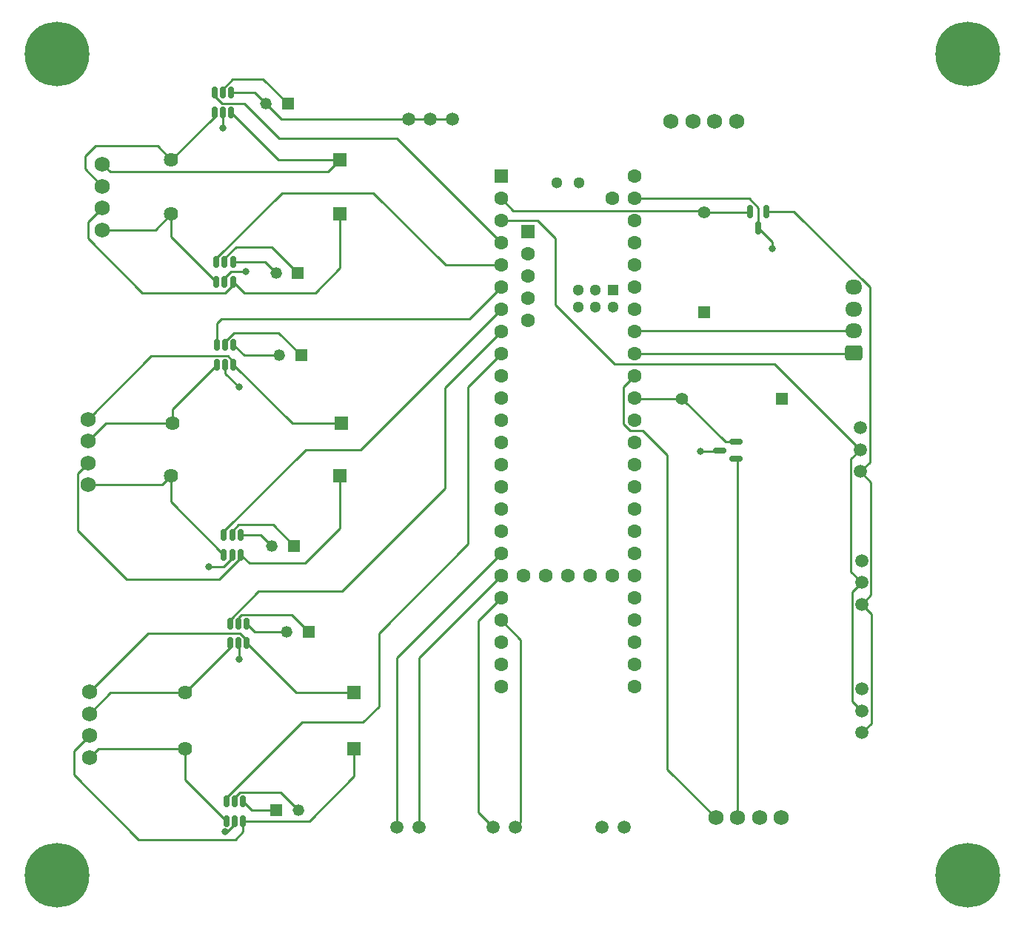
<source format=gbr>
%TF.GenerationSoftware,KiCad,Pcbnew,7.0.7*%
%TF.CreationDate,2024-01-12T22:42:28-05:00*%
%TF.ProjectId,FinalTeensyBreakoutBoard,46696e61-6c54-4656-956e-737942726561,rev?*%
%TF.SameCoordinates,Original*%
%TF.FileFunction,Copper,L1,Top*%
%TF.FilePolarity,Positive*%
%FSLAX46Y46*%
G04 Gerber Fmt 4.6, Leading zero omitted, Abs format (unit mm)*
G04 Created by KiCad (PCBNEW 7.0.7) date 2024-01-12 22:42:28*
%MOMM*%
%LPD*%
G01*
G04 APERTURE LIST*
G04 Aperture macros list*
%AMRoundRect*
0 Rectangle with rounded corners*
0 $1 Rounding radius*
0 $2 $3 $4 $5 $6 $7 $8 $9 X,Y pos of 4 corners*
0 Add a 4 corners polygon primitive as box body*
4,1,4,$2,$3,$4,$5,$6,$7,$8,$9,$2,$3,0*
0 Add four circle primitives for the rounded corners*
1,1,$1+$1,$2,$3*
1,1,$1+$1,$4,$5*
1,1,$1+$1,$6,$7*
1,1,$1+$1,$8,$9*
0 Add four rect primitives between the rounded corners*
20,1,$1+$1,$2,$3,$4,$5,0*
20,1,$1+$1,$4,$5,$6,$7,0*
20,1,$1+$1,$6,$7,$8,$9,0*
20,1,$1+$1,$8,$9,$2,$3,0*%
G04 Aperture macros list end*
%TA.AperFunction,ComponentPad*%
%ADD10C,1.752600*%
%TD*%
%TA.AperFunction,ComponentPad*%
%ADD11C,7.400000*%
%TD*%
%TA.AperFunction,ComponentPad*%
%ADD12C,1.397000*%
%TD*%
%TA.AperFunction,ComponentPad*%
%ADD13R,1.397000X1.397000*%
%TD*%
%TA.AperFunction,ComponentPad*%
%ADD14C,1.498600*%
%TD*%
%TA.AperFunction,ComponentPad*%
%ADD15R,1.625600X1.625600*%
%TD*%
%TA.AperFunction,ComponentPad*%
%ADD16C,1.625600*%
%TD*%
%TA.AperFunction,SMDPad,CuDef*%
%ADD17RoundRect,0.150000X-0.150000X0.512500X-0.150000X-0.512500X0.150000X-0.512500X0.150000X0.512500X0*%
%TD*%
%TA.AperFunction,ComponentPad*%
%ADD18R,1.320800X1.320800*%
%TD*%
%TA.AperFunction,ComponentPad*%
%ADD19C,1.320800*%
%TD*%
%TA.AperFunction,SMDPad,CuDef*%
%ADD20RoundRect,0.150000X0.587500X0.150000X-0.587500X0.150000X-0.587500X-0.150000X0.587500X-0.150000X0*%
%TD*%
%TA.AperFunction,SMDPad,CuDef*%
%ADD21RoundRect,0.150000X-0.150000X0.587500X-0.150000X-0.587500X0.150000X-0.587500X0.150000X0.587500X0*%
%TD*%
%TA.AperFunction,ComponentPad*%
%ADD22RoundRect,0.250000X0.725000X-0.600000X0.725000X0.600000X-0.725000X0.600000X-0.725000X-0.600000X0*%
%TD*%
%TA.AperFunction,ComponentPad*%
%ADD23O,1.950000X1.700000*%
%TD*%
%TA.AperFunction,ComponentPad*%
%ADD24R,1.600000X1.600000*%
%TD*%
%TA.AperFunction,ComponentPad*%
%ADD25C,1.600000*%
%TD*%
%TA.AperFunction,ComponentPad*%
%ADD26R,1.300000X1.300000*%
%TD*%
%TA.AperFunction,ComponentPad*%
%ADD27C,1.300000*%
%TD*%
%TA.AperFunction,ViaPad*%
%ADD28C,0.800000*%
%TD*%
%TA.AperFunction,Conductor*%
%ADD29C,0.250000*%
%TD*%
G04 APERTURE END LIST*
D10*
%TO.P,J7,1,Pin_1*%
%TO.N,GND*%
X138825000Y-60975000D03*
%TO.P,J7,2,Pin_2*%
X141325000Y-60975000D03*
%TO.P,J7,3,Pin_3*%
X143825000Y-60975000D03*
%TO.P,J7,4,Pin_4*%
X146325000Y-60975000D03*
%TD*%
D11*
%TO.P,REF\u002A\u002A,1*%
%TO.N,N/C*%
X68580000Y-147320000D03*
%TD*%
%TO.P,REF\u002A\u002A,1*%
%TO.N,N/C*%
X172720000Y-147320000D03*
%TD*%
%TO.P,REF\u002A\u002A,1*%
%TO.N,N/C*%
X172720000Y-53340000D03*
%TD*%
%TO.P,REF\u002A\u002A,1*%
%TO.N,N/C*%
X68580000Y-53340000D03*
%TD*%
D12*
%TO.P,R_PullDownMC1,2*%
%TO.N,Net-(LevelShifterMC(5->3.3)1-S)*%
X142625000Y-71410000D03*
D13*
%TO.P,R_PullDownMC1,1*%
%TO.N,GND*%
X142625000Y-82840000D03*
%TD*%
D14*
%TO.P,J12,1,Pin_1*%
%TO.N,/WCLK2*%
X118500000Y-141800000D03*
%TO.P,J12,2,Pin_2*%
%TO.N,/WDAT2*%
X121000000Y-141800000D03*
%TD*%
D10*
%TO.P,J6,1,Pin_1*%
%TO.N,GND*%
X151450000Y-140700000D03*
%TO.P,J6,2,Pin_2*%
%TO.N,+5V*%
X148950000Y-140700000D03*
%TO.P,J6,3,Pin_3*%
%TO.N,/RX1*%
X146450000Y-140700000D03*
%TO.P,J6,4,Pin_4*%
%TO.N,/TX1*%
X143950000Y-140700000D03*
%TD*%
D15*
%TO.P,R5,1*%
%TO.N,/A2*%
X102548000Y-126400000D03*
D16*
%TO.P,R5,2*%
%TO.N,/A2'*%
X83244000Y-126400000D03*
%TD*%
D17*
%TO.P,U5,6,A*%
%TO.N,/B1*%
X89596000Y-110600000D03*
%TO.P,U5,5,VL*%
%TO.N,+3.3V*%
X88646000Y-110600000D03*
%TO.P,U5,4,B*%
%TO.N,/B1'*%
X87696000Y-110600000D03*
%TO.P,U5,3,RO*%
%TO.N,/Enc1B*%
X87696000Y-108325000D03*
%TO.P,U5,2,GND*%
%TO.N,GND*%
X88646000Y-108325000D03*
%TO.P,U5,1,VCC*%
%TO.N,+5V*%
X89596000Y-108325000D03*
%TD*%
D18*
%TO.P,C2,1*%
%TO.N,GND*%
X94988000Y-59023700D03*
D19*
%TO.P,C2,2*%
%TO.N,+5V*%
X92488000Y-59023700D03*
%TD*%
D18*
%TO.P,C1,1*%
%TO.N,GND*%
X96138000Y-78333700D03*
D19*
%TO.P,C1,2*%
%TO.N,+5V*%
X93638000Y-78333700D03*
%TD*%
D17*
%TO.P,U3,1,VCC*%
%TO.N,+5V*%
X88728000Y-77078700D03*
%TO.P,U3,2,GND*%
%TO.N,GND*%
X87778000Y-77078700D03*
%TO.P,U3,3,RO*%
%TO.N,/EncB*%
X86828000Y-77078700D03*
%TO.P,U3,4,B*%
%TO.N,/B'*%
X86828000Y-79353700D03*
%TO.P,U3,5,VL*%
%TO.N,+3.3V*%
X87778000Y-79353700D03*
%TO.P,U3,6,A*%
%TO.N,/B*%
X88728000Y-79353700D03*
%TD*%
D14*
%TO.P,J13,1,Pin_1*%
%TO.N,+5V*%
X108800000Y-60800000D03*
%TO.P,J13,2,Pin_2*%
X111300000Y-60800000D03*
%TO.P,J13,3,Pin_3*%
X113800000Y-60800000D03*
%TD*%
%TO.P,J3,1,Pin_1*%
%TO.N,/RX*%
X160669801Y-130975100D03*
%TO.P,J3,2,Pin_2*%
%TO.N,/TX*%
X160669801Y-128475100D03*
%TO.P,J3,3,Pin_3*%
%TO.N,GND*%
X160669801Y-125975100D03*
%TD*%
D20*
%TO.P,LevelShifterUWB(5->3.3)1,1,G*%
%TO.N,/RX1*%
X146257500Y-99610000D03*
%TO.P,LevelShifterUWB(5->3.3)1,2,S*%
%TO.N,Net-(LevelShifterUWB(5->3.3)1-S)*%
X146257500Y-97710000D03*
%TO.P,LevelShifterUWB(5->3.3)1,3,D*%
%TO.N,+3.3V*%
X144382500Y-98660000D03*
%TD*%
D21*
%TO.P,LevelShifterMC(5->3.3)1,1,G*%
%TO.N,/RX*%
X149750000Y-71345000D03*
%TO.P,LevelShifterMC(5->3.3)1,2,S*%
%TO.N,Net-(LevelShifterMC(5->3.3)1-S)*%
X147850000Y-71345000D03*
%TO.P,LevelShifterMC(5->3.3)1,3,D*%
%TO.N,+3.3V*%
X148800000Y-73220000D03*
%TD*%
D10*
%TO.P,J10,1,Pin_1*%
%TO.N,/A2*%
X72348000Y-126300000D03*
%TO.P,J10,2,Pin_2*%
%TO.N,/A2'*%
X72348000Y-128800000D03*
%TO.P,J10,3,Pin_3*%
%TO.N,/B2*%
X72348000Y-131300000D03*
%TO.P,J10,4,Pin_4*%
%TO.N,/B2'*%
X72348000Y-133800000D03*
%TD*%
D15*
%TO.P,R6,1*%
%TO.N,/B2*%
X102600000Y-132800000D03*
D16*
%TO.P,R6,2*%
%TO.N,/B2'*%
X83296000Y-132800000D03*
%TD*%
D15*
%TO.P,R2,1*%
%TO.N,/B*%
X100990000Y-71583700D03*
D16*
%TO.P,R2,2*%
%TO.N,/B'*%
X81686000Y-71583700D03*
%TD*%
D14*
%TO.P,J11,1,Pin_1*%
%TO.N,/WCLK1*%
X107500000Y-141820000D03*
%TO.P,J11,2,Pin_2*%
%TO.N,/WDAT1*%
X110000000Y-141820000D03*
%TD*%
D17*
%TO.P,U2,1,VCC*%
%TO.N,+5V*%
X88538000Y-57736200D03*
%TO.P,U2,2,GND*%
%TO.N,GND*%
X87588000Y-57736200D03*
%TO.P,U2,3,RO*%
%TO.N,/EncA*%
X86638000Y-57736200D03*
%TO.P,U2,4,B*%
%TO.N,/A'*%
X86638000Y-60011200D03*
%TO.P,U2,5,VL*%
%TO.N,+3.3V*%
X87588000Y-60011200D03*
%TO.P,U2,6,A*%
%TO.N,/A*%
X88538000Y-60011200D03*
%TD*%
D18*
%TO.P,C3,1*%
%TO.N,GND*%
X96546000Y-87800000D03*
D19*
%TO.P,C3,2*%
%TO.N,+5V*%
X94046000Y-87800000D03*
%TD*%
D14*
%TO.P,J2,1,Pin_1*%
%TO.N,/RX*%
X160620000Y-116280000D03*
%TO.P,J2,2,Pin_2*%
%TO.N,/TX*%
X160620000Y-113780000D03*
%TO.P,J2,3,Pin_3*%
%TO.N,GND*%
X160620000Y-111280000D03*
%TD*%
D22*
%TO.P,J5,1,Pin_1*%
%TO.N,/SDA*%
X159750000Y-87500000D03*
D23*
%TO.P,J5,2,Pin_2*%
%TO.N,/SCL*%
X159750000Y-85000000D03*
%TO.P,J5,3,Pin_3*%
%TO.N,+3.3V*%
X159750000Y-82500000D03*
%TO.P,J5,4,Pin_4*%
%TO.N,GND*%
X159750000Y-80000000D03*
%TD*%
D17*
%TO.P,U6,1,VCC*%
%TO.N,+5V*%
X90298000Y-118462500D03*
%TO.P,U6,2,GND*%
%TO.N,GND*%
X89348000Y-118462500D03*
%TO.P,U6,3,RO*%
%TO.N,/Enc2A*%
X88398000Y-118462500D03*
%TO.P,U6,4,B*%
%TO.N,/A2'*%
X88398000Y-120737500D03*
%TO.P,U6,5,VL*%
%TO.N,+3.3V*%
X89348000Y-120737500D03*
%TO.P,U6,6,A*%
%TO.N,/A2*%
X90298000Y-120737500D03*
%TD*%
D14*
%TO.P,J4,1,Pin_1*%
%TO.N,/RX*%
X160470000Y-101080000D03*
%TO.P,J4,2,Pin_2*%
%TO.N,/TX*%
X160470000Y-98580000D03*
%TO.P,J4,3,Pin_3*%
%TO.N,GND*%
X160470000Y-96080000D03*
%TD*%
D18*
%TO.P,C6,1*%
%TO.N,+5V*%
X93698000Y-139800000D03*
D19*
%TO.P,C6,2*%
%TO.N,GND*%
X96198000Y-139800000D03*
%TD*%
D14*
%TO.P,J1,1,Pin_1*%
%TO.N,+5V*%
X130954900Y-141800000D03*
%TO.P,J1,2,Pin_2*%
%TO.N,GND*%
X133454900Y-141800000D03*
%TD*%
D17*
%TO.P,U7,1,VCC*%
%TO.N,+5V*%
X89898000Y-138800000D03*
%TO.P,U7,2,GND*%
%TO.N,GND*%
X88948000Y-138800000D03*
%TO.P,U7,3,RO*%
%TO.N,/Enc2B*%
X87998000Y-138800000D03*
%TO.P,U7,4,B*%
%TO.N,/B2'*%
X87998000Y-141075000D03*
%TO.P,U7,5,VL*%
%TO.N,+3.3V*%
X88948000Y-141075000D03*
%TO.P,U7,6,A*%
%TO.N,/B2*%
X89898000Y-141075000D03*
%TD*%
D10*
%TO.P,J9,1,Pin_1*%
%TO.N,/A1*%
X72168000Y-95100000D03*
%TO.P,J9,2,Pin_2*%
%TO.N,/A1'*%
X72168000Y-97600000D03*
%TO.P,J9,3,Pin_3*%
%TO.N,/B1*%
X72168000Y-100100000D03*
%TO.P,J9,4,Pin_4*%
%TO.N,/B1'*%
X72168000Y-102600000D03*
%TD*%
D16*
%TO.P,R3,2*%
%TO.N,/A1'*%
X81792000Y-95600000D03*
D15*
%TO.P,R3,1*%
%TO.N,/A1*%
X101096000Y-95600000D03*
%TD*%
D17*
%TO.P,U4,1,VCC*%
%TO.N,+5V*%
X88796000Y-86600000D03*
%TO.P,U4,2,GND*%
%TO.N,GND*%
X87846000Y-86600000D03*
%TO.P,U4,3,RO*%
%TO.N,/Enc1A*%
X86896000Y-86600000D03*
%TO.P,U4,4,B*%
%TO.N,/A1'*%
X86896000Y-88875000D03*
%TO.P,U4,5,VL*%
%TO.N,+3.3V*%
X87846000Y-88875000D03*
%TO.P,U4,6,A*%
%TO.N,/A1*%
X88796000Y-88875000D03*
%TD*%
D15*
%TO.P,R1,1*%
%TO.N,/A*%
X100988000Y-65423700D03*
D16*
%TO.P,R1,2*%
%TO.N,/A'*%
X81684000Y-65423700D03*
%TD*%
%TO.P,R4,2*%
%TO.N,/B1'*%
X81644000Y-101600000D03*
D15*
%TO.P,R4,1*%
%TO.N,/B1*%
X100948000Y-101600000D03*
%TD*%
D18*
%TO.P,C4,1*%
%TO.N,GND*%
X95696000Y-109600000D03*
D19*
%TO.P,C4,2*%
%TO.N,+5V*%
X93196000Y-109600000D03*
%TD*%
D18*
%TO.P,C5,1*%
%TO.N,GND*%
X97398000Y-119400000D03*
D19*
%TO.P,C5,2*%
%TO.N,+5V*%
X94898000Y-119400000D03*
%TD*%
D10*
%TO.P,J8,1,Pin_1*%
%TO.N,/A*%
X73808000Y-65923700D03*
%TO.P,J8,2,Pin_2*%
%TO.N,/A'*%
X73808000Y-68423700D03*
%TO.P,J8,3,Pin_3*%
%TO.N,/B*%
X73808000Y-70923700D03*
%TO.P,J8,4,Pin_4*%
%TO.N,/B'*%
X73808000Y-73423700D03*
%TD*%
D12*
%TO.P,R_PullDownUWB1,2*%
%TO.N,Net-(LevelShifterUWB(5->3.3)1-S)*%
X140075000Y-92730000D03*
D13*
%TO.P,R_PullDownUWB1,1*%
%TO.N,GND*%
X151505000Y-92730000D03*
%TD*%
D24*
%TO.P,U1,1,GND*%
%TO.N,GND*%
X119380000Y-67310000D03*
D25*
%TO.P,U1,2,0_RX1_CRX2_CS1*%
%TO.N,Net-(LevelShifterMC(5->3.3)1-S)*%
X119380000Y-69850000D03*
%TO.P,U1,3,1_TX1_CTX2_MISO1*%
%TO.N,/TX*%
X119380000Y-72390000D03*
%TO.P,U1,4,2_OUT2*%
%TO.N,/EncA*%
X119380000Y-74930000D03*
%TO.P,U1,5,3_LRCLK2*%
%TO.N,/EncB*%
X119380000Y-77470000D03*
%TO.P,U1,6,4_BCLK2*%
%TO.N,/Enc1A*%
X119380000Y-80010000D03*
%TO.P,U1,7,5_IN2*%
%TO.N,/Enc1B*%
X119380000Y-82550000D03*
%TO.P,U1,8,6_OUT1D*%
%TO.N,/Enc2A*%
X119380000Y-85090000D03*
%TO.P,U1,9,7_RX2_OUT1A*%
%TO.N,/Enc2B*%
X119380000Y-87630000D03*
%TO.P,U1,10,8_TX2_IN1*%
%TO.N,unconnected-(U1-8_TX2_IN1-Pad10)*%
X119380000Y-90170000D03*
%TO.P,U1,11,9_OUT1C*%
%TO.N,unconnected-(U1-9_OUT1C-Pad11)*%
X119380000Y-92710000D03*
%TO.P,U1,12,10_CS_MQSR*%
%TO.N,unconnected-(U1-10_CS_MQSR-Pad12)*%
X119380000Y-95250000D03*
%TO.P,U1,13,11_MOSI_CTX1*%
%TO.N,/MOSI*%
X119380000Y-97790000D03*
%TO.P,U1,14,12_MISO_MQSL*%
%TO.N,/MISO*%
X119380000Y-100330000D03*
%TO.P,U1,15,3V3*%
%TO.N,+3.3V*%
X119380000Y-102870000D03*
%TO.P,U1,16,24_A10_TX6_SCL2*%
%TO.N,unconnected-(U1-24_A10_TX6_SCL2-Pad16)*%
X119380000Y-105410000D03*
%TO.P,U1,17,25_A11_RX6_SDA2*%
%TO.N,unconnected-(U1-25_A11_RX6_SDA2-Pad17)*%
X119380000Y-107950000D03*
%TO.P,U1,18,26_A12_MOSI1*%
%TO.N,/WCLK1*%
X119380000Y-110490000D03*
%TO.P,U1,19,27_A13_SCK1*%
%TO.N,/WDAT1*%
X119380000Y-113030000D03*
%TO.P,U1,20,28_RX7*%
%TO.N,/WCLK2*%
X119380000Y-115570000D03*
%TO.P,U1,21,29_TX7*%
%TO.N,/WDAT2*%
X119380000Y-118110000D03*
%TO.P,U1,22,30_CRX3*%
%TO.N,unconnected-(U1-30_CRX3-Pad22)*%
X119380000Y-120650000D03*
%TO.P,U1,23,31_CTX3*%
%TO.N,unconnected-(U1-31_CTX3-Pad23)*%
X119380000Y-123190000D03*
%TO.P,U1,24,32_OUT1B*%
%TO.N,unconnected-(U1-32_OUT1B-Pad24)*%
X119380000Y-125730000D03*
%TO.P,U1,25,33_MCLK2*%
%TO.N,unconnected-(U1-33_MCLK2-Pad25)*%
X134620000Y-125730000D03*
%TO.P,U1,26,34_RX8*%
%TO.N,unconnected-(U1-34_RX8-Pad26)*%
X134620000Y-123190000D03*
%TO.P,U1,27,35_TX8*%
%TO.N,unconnected-(U1-35_TX8-Pad27)*%
X134620000Y-120650000D03*
%TO.P,U1,28,36_CS*%
%TO.N,unconnected-(U1-36_CS-Pad28)*%
X134620000Y-118110000D03*
%TO.P,U1,29,37_CS*%
%TO.N,unconnected-(U1-37_CS-Pad29)*%
X134620000Y-115570000D03*
%TO.P,U1,30,38_CS1_IN1*%
%TO.N,unconnected-(U1-38_CS1_IN1-Pad30)*%
X134620000Y-113030000D03*
%TO.P,U1,31,39_MISO1_OUT1A*%
%TO.N,unconnected-(U1-39_MISO1_OUT1A-Pad31)*%
X134620000Y-110490000D03*
%TO.P,U1,32,40_A16*%
%TO.N,unconnected-(U1-40_A16-Pad32)*%
X134620000Y-107950000D03*
%TO.P,U1,33,41_A17*%
%TO.N,unconnected-(U1-41_A17-Pad33)*%
X134620000Y-105410000D03*
%TO.P,U1,34,GND*%
%TO.N,GND*%
X134620000Y-102870000D03*
%TO.P,U1,35,13_SCK_LED*%
%TO.N,/SCK*%
X134620000Y-100330000D03*
%TO.P,U1,36,14_A0_TX3_SPDIF_OUT*%
%TO.N,unconnected-(U1-14_A0_TX3_SPDIF_OUT-Pad36)*%
X134620000Y-97790000D03*
%TO.P,U1,37,15_A1_RX3_SPDIF_IN*%
%TO.N,unconnected-(U1-15_A1_RX3_SPDIF_IN-Pad37)*%
X134620000Y-95250000D03*
%TO.P,U1,38,16_A2_RX4_SCL1*%
%TO.N,Net-(LevelShifterUWB(5->3.3)1-S)*%
X134620000Y-92710000D03*
%TO.P,U1,39,17_A3_TX4_SDA1*%
%TO.N,/TX1*%
X134620000Y-90170000D03*
%TO.P,U1,40,18_A4_SDA*%
%TO.N,/SDA*%
X134620000Y-87630000D03*
%TO.P,U1,41,19_A5_SCL*%
%TO.N,/SCL*%
X134620000Y-85090000D03*
%TO.P,U1,42,20_A6_TX5_LRCLK1*%
%TO.N,unconnected-(U1-20_A6_TX5_LRCLK1-Pad42)*%
X134620000Y-82550000D03*
%TO.P,U1,43,21_A7_RX5_BCLK1*%
%TO.N,unconnected-(U1-21_A7_RX5_BCLK1-Pad43)*%
X134620000Y-80010000D03*
%TO.P,U1,44,22_A8_CTX1*%
%TO.N,unconnected-(U1-22_A8_CTX1-Pad44)*%
X134620000Y-77470000D03*
%TO.P,U1,45,23_A9_CRX1_MCLK1*%
%TO.N,unconnected-(U1-23_A9_CRX1_MCLK1-Pad45)*%
X134620000Y-74930000D03*
%TO.P,U1,46,3V3*%
%TO.N,unconnected-(U1-3V3-Pad46)*%
X134620000Y-72390000D03*
%TO.P,U1,47,GND*%
%TO.N,+3.3V*%
X134620000Y-69850000D03*
%TO.P,U1,48,VIN*%
%TO.N,GND*%
X134620000Y-67310000D03*
%TO.P,U1,49,VUSB*%
%TO.N,unconnected-(U1-VUSB-Pad49)*%
X132080000Y-69850000D03*
%TO.P,U1,50,VBAT*%
%TO.N,unconnected-(U1-VBAT-Pad50)*%
X121920000Y-113030000D03*
%TO.P,U1,51,3V3*%
%TO.N,unconnected-(U1-3V3-Pad51)*%
X124460000Y-113030000D03*
%TO.P,U1,52,GND*%
%TO.N,unconnected-(U1-GND-Pad52)*%
X127000000Y-113030000D03*
%TO.P,U1,53,PROGRAM*%
%TO.N,unconnected-(U1-PROGRAM-Pad53)*%
X129540000Y-113030000D03*
%TO.P,U1,54,ON_OFF*%
%TO.N,unconnected-(U1-ON_OFF-Pad54)*%
X132080000Y-113030000D03*
D24*
%TO.P,U1,55,5V*%
%TO.N,unconnected-(U1-5V-Pad55)*%
X122430800Y-73609200D03*
D25*
%TO.P,U1,56,D-*%
%TO.N,unconnected-(U1-D--Pad56)*%
X122430800Y-76149200D03*
%TO.P,U1,57,D+*%
%TO.N,unconnected-(U1-D+-Pad57)*%
X122430800Y-78689200D03*
%TO.P,U1,58,GND*%
%TO.N,unconnected-(U1-GND-Pad58)*%
X122430800Y-81229200D03*
%TO.P,U1,59,GND*%
%TO.N,unconnected-(U1-GND-Pad59)*%
X122430800Y-83769200D03*
D26*
%TO.P,U1,60,R+*%
%TO.N,unconnected-(U1-R+-Pad60)*%
X132181600Y-80280000D03*
D27*
%TO.P,U1,61,LED*%
%TO.N,unconnected-(U1-LED-Pad61)*%
X130181600Y-80280000D03*
%TO.P,U1,62,T-*%
%TO.N,unconnected-(U1-T--Pad62)*%
X128181600Y-80280000D03*
%TO.P,U1,63,T+*%
%TO.N,unconnected-(U1-T+-Pad63)*%
X128181600Y-82280000D03*
%TO.P,U1,64,GND*%
%TO.N,unconnected-(U1-GND-Pad64)*%
X130181600Y-82280000D03*
%TO.P,U1,65,R-*%
%TO.N,unconnected-(U1-R--Pad65)*%
X132181600Y-82280000D03*
%TO.P,U1,66,D-*%
%TO.N,unconnected-(U1-D--Pad66)*%
X128270000Y-68040000D03*
%TO.P,U1,67,D+*%
%TO.N,unconnected-(U1-D+-Pad67)*%
X125730000Y-68040000D03*
%TD*%
D28*
%TO.N,+3.3V*%
X150400000Y-75600000D03*
X142200000Y-98800000D03*
X87789443Y-142334710D03*
X89400000Y-122600000D03*
X86000000Y-112000000D03*
X89400000Y-91400000D03*
X87600000Y-61800000D03*
X90200000Y-78200000D03*
%TD*%
D29*
%TO.N,Net-(LevelShifterMC(5->3.3)1-S)*%
X142480000Y-71265000D02*
X120795000Y-71265000D01*
X142625000Y-71410000D02*
X142480000Y-71265000D01*
X147785000Y-71410000D02*
X147850000Y-71345000D01*
X142625000Y-71410000D02*
X147785000Y-71410000D01*
%TO.N,+5V*%
X94264300Y-60800000D02*
X92488000Y-59023700D01*
X108800000Y-60800000D02*
X94264300Y-60800000D01*
X111300000Y-60800000D02*
X108800000Y-60800000D01*
X113800000Y-60800000D02*
X111300000Y-60800000D01*
%TO.N,+3.3V*%
X147764251Y-69850000D02*
X134620000Y-69850000D01*
X148800000Y-73220000D02*
X148800000Y-70885749D01*
X148800000Y-70885749D02*
X147764251Y-69850000D01*
X150400000Y-75600000D02*
X150400000Y-74820000D01*
X150400000Y-74820000D02*
X148800000Y-73220000D01*
X144242500Y-98800000D02*
X144382500Y-98660000D01*
X142200000Y-98800000D02*
X144242500Y-98800000D01*
%TO.N,/Enc2B*%
X115600000Y-91410000D02*
X119380000Y-87630000D01*
X115600000Y-109400000D02*
X115600000Y-91410000D01*
X105400000Y-119600000D02*
X115600000Y-109400000D01*
X105400000Y-128000000D02*
X105400000Y-119600000D01*
X103600000Y-129800000D02*
X105400000Y-128000000D01*
X96613749Y-129800000D02*
X103600000Y-129800000D01*
X87998000Y-138415749D02*
X96613749Y-129800000D01*
X87998000Y-138800000D02*
X87998000Y-138415749D01*
%TO.N,/Enc2A*%
X113000000Y-103000000D02*
X113000000Y-91470000D01*
X91676249Y-114800000D02*
X101200000Y-114800000D01*
X113000000Y-91470000D02*
X119380000Y-85090000D01*
X88398000Y-118078249D02*
X91676249Y-114800000D01*
X101200000Y-114800000D02*
X113000000Y-103000000D01*
X88398000Y-118462500D02*
X88398000Y-118078249D01*
%TO.N,/Enc1B*%
X97036749Y-98600000D02*
X103330000Y-98600000D01*
X87696000Y-107940749D02*
X97036749Y-98600000D01*
X87696000Y-108325000D02*
X87696000Y-107940749D01*
X103330000Y-98600000D02*
X119380000Y-82550000D01*
%TO.N,/Enc1A*%
X115790000Y-83600000D02*
X119380000Y-80010000D01*
X86896000Y-84104000D02*
X87400000Y-83600000D01*
X86896000Y-86600000D02*
X86896000Y-84104000D01*
X87400000Y-83600000D02*
X115790000Y-83600000D01*
%TO.N,/EncB*%
X104800000Y-69200000D02*
X113070000Y-77470000D01*
X94322449Y-69200000D02*
X104800000Y-69200000D01*
X86828000Y-76694449D02*
X94322449Y-69200000D01*
X86828000Y-77078700D02*
X86828000Y-76694449D01*
X113070000Y-77470000D02*
X119380000Y-77470000D01*
%TO.N,/EncA*%
X90000000Y-59000000D02*
X94000000Y-63000000D01*
X86638000Y-58120451D02*
X87517549Y-59000000D01*
X87517549Y-59000000D02*
X90000000Y-59000000D01*
X94000000Y-63000000D02*
X107450000Y-63000000D01*
X107450000Y-63000000D02*
X119380000Y-74930000D01*
X86638000Y-57736200D02*
X86638000Y-58120451D01*
%TO.N,+3.3V*%
X88072541Y-142334710D02*
X88948000Y-141459251D01*
X87789443Y-142334710D02*
X88072541Y-142334710D01*
X88948000Y-141459251D02*
X88948000Y-141075000D01*
%TO.N,/B2*%
X70548000Y-133100000D02*
X72348000Y-131300000D01*
X70548000Y-135800000D02*
X70548000Y-133100000D01*
X89000000Y-143200000D02*
X77948000Y-143200000D01*
X77948000Y-143200000D02*
X70548000Y-135800000D01*
X89898000Y-141075000D02*
X89898000Y-142302000D01*
X89898000Y-142302000D02*
X89000000Y-143200000D01*
%TO.N,+3.3V*%
X89400000Y-120789500D02*
X89348000Y-120737500D01*
X89400000Y-122600000D02*
X89400000Y-120789500D01*
X87630251Y-112000000D02*
X88646000Y-110984251D01*
X88646000Y-110984251D02*
X88646000Y-110600000D01*
X86000000Y-112000000D02*
X87630251Y-112000000D01*
X89400000Y-91400000D02*
X87846000Y-89846000D01*
X87846000Y-89846000D02*
X87846000Y-88875000D01*
X87600000Y-60023200D02*
X87588000Y-60011200D01*
X87600000Y-61800000D02*
X87600000Y-60023200D01*
X88547449Y-78200000D02*
X90200000Y-78200000D01*
X87778000Y-78969449D02*
X88547449Y-78200000D01*
X87778000Y-79353700D02*
X87778000Y-78969449D01*
%TO.N,/WDAT2*%
X121600000Y-120330000D02*
X119380000Y-118110000D01*
X121000000Y-141800000D02*
X121600000Y-141200000D01*
X121600000Y-141200000D02*
X121600000Y-120330000D01*
%TO.N,/WCLK2*%
X116800000Y-140100000D02*
X116800000Y-118150000D01*
X118500000Y-141800000D02*
X116800000Y-140100000D01*
%TO.N,/WDAT1*%
X110000000Y-122410000D02*
X110000000Y-141820000D01*
X119380000Y-113030000D02*
X110000000Y-122410000D01*
%TO.N,/WCLK1*%
X107500000Y-122370000D02*
X107500000Y-141820000D01*
X119380000Y-110490000D02*
X107500000Y-122370000D01*
%TO.N,/WCLK2*%
X116800000Y-118150000D02*
X119380000Y-115570000D01*
%TO.N,/TX1*%
X135575000Y-96375000D02*
X134154009Y-96375000D01*
X134154009Y-96375000D02*
X133400000Y-95620991D01*
X138400000Y-99200000D02*
X135575000Y-96375000D01*
X133400000Y-95620991D02*
X133400000Y-91390000D01*
X138400000Y-135150000D02*
X138400000Y-99200000D01*
X143950000Y-140700000D02*
X138400000Y-135150000D01*
X133400000Y-91390000D02*
X134620000Y-90170000D01*
%TO.N,Net-(LevelShifterUWB(5->3.3)1-S)*%
X140075000Y-92730000D02*
X134640000Y-92730000D01*
X134640000Y-92730000D02*
X134620000Y-92710000D01*
X145055000Y-97710000D02*
X140075000Y-92730000D01*
X146257500Y-97710000D02*
X145055000Y-97710000D01*
%TO.N,/RX1*%
X146257500Y-99610000D02*
X146450000Y-99802500D01*
X146450000Y-99802500D02*
X146450000Y-140700000D01*
%TO.N,Net-(LevelShifterMC(5->3.3)1-S)*%
X120795000Y-71265000D02*
X119380000Y-69850000D01*
%TO.N,/RX*%
X152881701Y-71345000D02*
X149750000Y-71345000D01*
X161544300Y-80007599D02*
X152881701Y-71345000D01*
X161544300Y-100005700D02*
X161544300Y-80007599D01*
X160470000Y-101080000D02*
X161544300Y-100005700D01*
%TO.N,/TX*%
X125600000Y-74400000D02*
X123590000Y-72390000D01*
X123590000Y-72390000D02*
X119380000Y-72390000D01*
X125600000Y-82000000D02*
X125600000Y-74400000D01*
X132400000Y-88800000D02*
X125600000Y-82000000D01*
X150690000Y-88800000D02*
X132400000Y-88800000D01*
X160470000Y-98580000D02*
X150690000Y-88800000D01*
X159395700Y-99654300D02*
X160470000Y-98580000D01*
X160620000Y-113780000D02*
X159395700Y-112555700D01*
X159395700Y-112555700D02*
X159395700Y-99654300D01*
X159545700Y-114854300D02*
X160620000Y-113780000D01*
X159545700Y-127350999D02*
X159545700Y-114854300D01*
X160669801Y-128475100D02*
X159545700Y-127350999D01*
%TO.N,/RX*%
X161744101Y-117404101D02*
X160620000Y-116280000D01*
X161744101Y-129900800D02*
X161744101Y-117404101D01*
X160669801Y-130975100D02*
X161744101Y-129900800D01*
X161694300Y-115205700D02*
X161694300Y-102304300D01*
X160620000Y-116280000D02*
X161694300Y-115205700D01*
X161694300Y-102304300D02*
X160470000Y-101080000D01*
%TO.N,/SCL*%
X134710000Y-85000000D02*
X134620000Y-85090000D01*
X159750000Y-85000000D02*
X134710000Y-85000000D01*
%TO.N,/SDA*%
X134620000Y-87630000D02*
X159620000Y-87630000D01*
X159620000Y-87630000D02*
X159750000Y-87500000D01*
%TO.N,/B2*%
X102600000Y-135948000D02*
X102600000Y-132800000D01*
X97473000Y-141075000D02*
X102600000Y-135948000D01*
X89898000Y-141075000D02*
X97473000Y-141075000D01*
%TO.N,/B2'*%
X83296000Y-132800000D02*
X73348000Y-132800000D01*
X73348000Y-132800000D02*
X72348000Y-133800000D01*
X83296000Y-136373000D02*
X83296000Y-132800000D01*
X87998000Y-141075000D02*
X83296000Y-136373000D01*
%TO.N,GND*%
X94210500Y-137812500D02*
X96198000Y-139800000D01*
X89551249Y-137812500D02*
X94210500Y-137812500D01*
X88948000Y-138800000D02*
X88948000Y-138415749D01*
X88948000Y-138415749D02*
X89551249Y-137812500D01*
%TO.N,+5V*%
X90898000Y-139800000D02*
X93698000Y-139800000D01*
X89898000Y-138800000D02*
X90898000Y-139800000D01*
%TO.N,/A2*%
X79048000Y-119600000D02*
X72348000Y-126300000D01*
X89544751Y-119600000D02*
X79048000Y-119600000D01*
X90298000Y-120353249D02*
X89544751Y-119600000D01*
X90298000Y-120737500D02*
X90298000Y-120353249D01*
%TO.N,/A2'*%
X74748000Y-126400000D02*
X72348000Y-128800000D01*
X83244000Y-126400000D02*
X74748000Y-126400000D01*
X88398000Y-120737500D02*
X88398000Y-121246000D01*
X88398000Y-121246000D02*
X83244000Y-126400000D01*
%TO.N,/A2*%
X95960500Y-126400000D02*
X102548000Y-126400000D01*
X90298000Y-120737500D02*
X95960500Y-126400000D01*
%TO.N,GND*%
X89348000Y-117800000D02*
X89348000Y-118462500D01*
X95473000Y-117475000D02*
X89673000Y-117475000D01*
X97398000Y-119400000D02*
X95473000Y-117475000D01*
X89673000Y-117475000D02*
X89348000Y-117800000D01*
%TO.N,+5V*%
X91235500Y-119400000D02*
X90298000Y-118462500D01*
X94898000Y-119400000D02*
X91235500Y-119400000D01*
%TO.N,/B1*%
X87180251Y-113400000D02*
X89596000Y-110984251D01*
X76548000Y-113400000D02*
X87180251Y-113400000D01*
X70948000Y-107800000D02*
X76548000Y-113400000D01*
X89596000Y-110984251D02*
X89596000Y-110600000D01*
X70948000Y-101320000D02*
X70948000Y-107800000D01*
X72168000Y-100100000D02*
X70948000Y-101320000D01*
%TO.N,/A1*%
X88796000Y-88490749D02*
X88796000Y-88875000D01*
X79380500Y-87887500D02*
X88192751Y-87887500D01*
X72168000Y-95100000D02*
X79380500Y-87887500D01*
X88192751Y-87887500D02*
X88796000Y-88490749D01*
%TO.N,/A1'*%
X81792000Y-95600000D02*
X74168000Y-95600000D01*
X74168000Y-95600000D02*
X72168000Y-97600000D01*
%TO.N,/B1'*%
X80644000Y-102600000D02*
X81644000Y-101600000D01*
X72168000Y-102600000D02*
X80644000Y-102600000D01*
X87696000Y-110600000D02*
X81644000Y-104548000D01*
X81644000Y-104548000D02*
X81644000Y-101600000D01*
%TO.N,/B1*%
X100948000Y-107600000D02*
X100948000Y-101600000D01*
X96948000Y-111600000D02*
X100948000Y-107600000D01*
X90596000Y-111600000D02*
X96948000Y-111600000D01*
X89596000Y-110600000D02*
X90596000Y-111600000D01*
%TO.N,GND*%
X88646000Y-107940749D02*
X88646000Y-108325000D01*
X93296000Y-107200000D02*
X89386749Y-107200000D01*
X95696000Y-109600000D02*
X93296000Y-107200000D01*
X89386749Y-107200000D02*
X88646000Y-107940749D01*
%TO.N,+5V*%
X91921000Y-108325000D02*
X89596000Y-108325000D01*
X93196000Y-109600000D02*
X91921000Y-108325000D01*
%TO.N,/A1'*%
X81792000Y-93979000D02*
X81792000Y-95600000D01*
X86896000Y-88875000D02*
X81792000Y-93979000D01*
%TO.N,/A1*%
X95521000Y-95600000D02*
X101096000Y-95600000D01*
X88796000Y-88875000D02*
X95521000Y-95600000D01*
%TO.N,GND*%
X88861749Y-85200000D02*
X87846000Y-86215749D01*
X87846000Y-86215749D02*
X87846000Y-86600000D01*
X93946000Y-85200000D02*
X88861749Y-85200000D01*
X96546000Y-87800000D02*
X93946000Y-85200000D01*
%TO.N,+5V*%
X94046000Y-87800000D02*
X89996000Y-87800000D01*
X89996000Y-87800000D02*
X88796000Y-86600000D01*
%TO.N,/B*%
X88728000Y-79737951D02*
X88728000Y-79353700D01*
X87842251Y-80623700D02*
X88728000Y-79737951D01*
X78388000Y-80623700D02*
X87842251Y-80623700D01*
X72188000Y-74423700D02*
X78388000Y-80623700D01*
X72188000Y-72543700D02*
X72188000Y-74423700D01*
X73808000Y-70923700D02*
X72188000Y-72543700D01*
%TO.N,/A'*%
X80084000Y-63823700D02*
X81684000Y-65423700D01*
X72988000Y-63823700D02*
X80084000Y-63823700D01*
X71788000Y-65023700D02*
X72988000Y-63823700D01*
X73808000Y-68423700D02*
X71788000Y-66403700D01*
X71788000Y-66403700D02*
X71788000Y-65023700D01*
%TO.N,/A*%
X99611700Y-66800000D02*
X100988000Y-65423700D01*
X73808000Y-65923700D02*
X74684300Y-66800000D01*
X74684300Y-66800000D02*
X99611700Y-66800000D01*
%TO.N,GND*%
X92188000Y-56223700D02*
X88716249Y-56223700D01*
X88716249Y-56223700D02*
X87588000Y-57351949D01*
X87588000Y-57351949D02*
X87588000Y-57736200D01*
X94988000Y-59023700D02*
X92188000Y-56223700D01*
%TO.N,+5V*%
X91200500Y-57736200D02*
X92488000Y-59023700D01*
X88538000Y-57736200D02*
X91200500Y-57736200D01*
%TO.N,/A*%
X93950500Y-65423700D02*
X100988000Y-65423700D01*
X88538000Y-60011200D02*
X93950500Y-65423700D01*
%TO.N,/A'*%
X86638000Y-60469700D02*
X81684000Y-65423700D01*
X86638000Y-60011200D02*
X86638000Y-60469700D01*
%TO.N,+5V*%
X88538000Y-58120451D02*
X88538000Y-57736200D01*
%TO.N,Net-(LevelShifterMC(5->3.3)1-S)*%
X119320000Y-69910000D02*
X119380000Y-69850000D01*
%TO.N,GND*%
X87778000Y-76694449D02*
X87778000Y-77078700D01*
X89098749Y-75373700D02*
X87778000Y-76694449D01*
X93178000Y-75373700D02*
X89098749Y-75373700D01*
X96138000Y-78333700D02*
X93178000Y-75373700D01*
%TO.N,+5V*%
X92383000Y-77078700D02*
X88728000Y-77078700D01*
X93638000Y-78333700D02*
X92383000Y-77078700D01*
%TO.N,/B*%
X100990000Y-77791700D02*
X100990000Y-71583700D01*
X98138000Y-80643700D02*
X100990000Y-77791700D01*
X90018000Y-80643700D02*
X98138000Y-80643700D01*
X88728000Y-79353700D02*
X90018000Y-80643700D01*
%TO.N,/B'*%
X86828000Y-79353700D02*
X81686000Y-74211700D01*
X81686000Y-74211700D02*
X81686000Y-71583700D01*
X79846000Y-73423700D02*
X81686000Y-71583700D01*
X73808000Y-73423700D02*
X79846000Y-73423700D01*
%TO.N,/A*%
X88538000Y-59626949D02*
X88538000Y-60011200D01*
%TD*%
M02*

</source>
